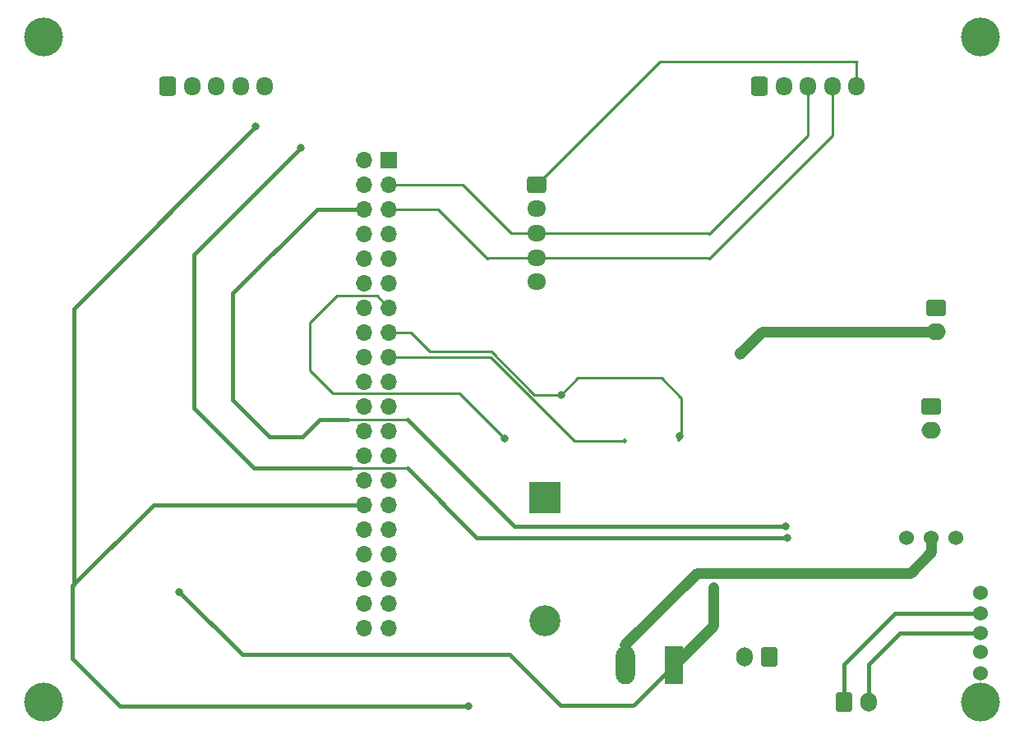
<source format=gbl>
%TF.GenerationSoftware,KiCad,Pcbnew,(6.0.6)*%
%TF.CreationDate,2022-07-05T22:30:02+09:00*%
%TF.ProjectId,arliss,61726c69-7373-42e6-9b69-6361645f7063,rev?*%
%TF.SameCoordinates,Original*%
%TF.FileFunction,Copper,L2,Bot*%
%TF.FilePolarity,Positive*%
%FSLAX46Y46*%
G04 Gerber Fmt 4.6, Leading zero omitted, Abs format (unit mm)*
G04 Created by KiCad (PCBNEW (6.0.6)) date 2022-07-05 22:30:02*
%MOMM*%
%LPD*%
G01*
G04 APERTURE LIST*
G04 Aperture macros list*
%AMRoundRect*
0 Rectangle with rounded corners*
0 $1 Rounding radius*
0 $2 $3 $4 $5 $6 $7 $8 $9 X,Y pos of 4 corners*
0 Add a 4 corners polygon primitive as box body*
4,1,4,$2,$3,$4,$5,$6,$7,$8,$9,$2,$3,0*
0 Add four circle primitives for the rounded corners*
1,1,$1+$1,$2,$3*
1,1,$1+$1,$4,$5*
1,1,$1+$1,$6,$7*
1,1,$1+$1,$8,$9*
0 Add four rect primitives between the rounded corners*
20,1,$1+$1,$2,$3,$4,$5,0*
20,1,$1+$1,$4,$5,$6,$7,0*
20,1,$1+$1,$6,$7,$8,$9,0*
20,1,$1+$1,$8,$9,$2,$3,0*%
G04 Aperture macros list end*
%TA.AperFunction,ComponentPad*%
%ADD10C,4.000000*%
%TD*%
%TA.AperFunction,ComponentPad*%
%ADD11RoundRect,0.250000X-0.600000X-0.725000X0.600000X-0.725000X0.600000X0.725000X-0.600000X0.725000X0*%
%TD*%
%TA.AperFunction,ComponentPad*%
%ADD12O,1.700000X1.950000*%
%TD*%
%TA.AperFunction,ComponentPad*%
%ADD13R,1.700000X1.700000*%
%TD*%
%TA.AperFunction,ComponentPad*%
%ADD14O,1.700000X1.700000*%
%TD*%
%TA.AperFunction,ComponentPad*%
%ADD15C,1.524000*%
%TD*%
%TA.AperFunction,ComponentPad*%
%ADD16R,3.200000X3.200000*%
%TD*%
%TA.AperFunction,ComponentPad*%
%ADD17O,3.200000X3.200000*%
%TD*%
%TA.AperFunction,ComponentPad*%
%ADD18RoundRect,0.250000X-0.750000X0.600000X-0.750000X-0.600000X0.750000X-0.600000X0.750000X0.600000X0*%
%TD*%
%TA.AperFunction,ComponentPad*%
%ADD19O,2.000000X1.700000*%
%TD*%
%TA.AperFunction,ComponentPad*%
%ADD20RoundRect,0.250000X-0.725000X0.600000X-0.725000X-0.600000X0.725000X-0.600000X0.725000X0.600000X0*%
%TD*%
%TA.AperFunction,ComponentPad*%
%ADD21O,1.950000X1.700000*%
%TD*%
%TA.AperFunction,ComponentPad*%
%ADD22RoundRect,0.250000X-0.600000X-0.750000X0.600000X-0.750000X0.600000X0.750000X-0.600000X0.750000X0*%
%TD*%
%TA.AperFunction,ComponentPad*%
%ADD23O,1.700000X2.000000*%
%TD*%
%TA.AperFunction,ComponentPad*%
%ADD24RoundRect,0.250000X0.600000X0.750000X-0.600000X0.750000X-0.600000X-0.750000X0.600000X-0.750000X0*%
%TD*%
%TA.AperFunction,ComponentPad*%
%ADD25R,1.980000X3.960000*%
%TD*%
%TA.AperFunction,ComponentPad*%
%ADD26O,1.980000X3.960000*%
%TD*%
%TA.AperFunction,ViaPad*%
%ADD27C,0.800000*%
%TD*%
%TA.AperFunction,ViaPad*%
%ADD28C,0.500000*%
%TD*%
%TA.AperFunction,Conductor*%
%ADD29C,0.450000*%
%TD*%
%TA.AperFunction,Conductor*%
%ADD30C,0.250000*%
%TD*%
%TA.AperFunction,Conductor*%
%ADD31C,1.100000*%
%TD*%
G04 APERTURE END LIST*
D10*
%TO.P,REF\u002A\u002A,1*%
%TO.N,N/C*%
X78740000Y-53340000D03*
%TD*%
D11*
%TO.P,GPS_MAXB1,1,Pin_1*%
%TO.N,Net-(GPS_MAXB1-Pad1)*%
X91520000Y-58412500D03*
D12*
%TO.P,GPS_MAXB1,2,Pin_2*%
%TO.N,Net-(GPS_MAXB1-Pad2)*%
X94020000Y-58412500D03*
%TO.P,GPS_MAXB1,3,Pin_3*%
%TO.N,Net-(GPS_MAXB1-Pad3)*%
X96520000Y-58412500D03*
%TO.P,GPS_MAXB1,4,Pin_4*%
%TO.N,Raspi_GND*%
X99020000Y-58412500D03*
%TO.P,GPS_MAXB1,5,Pin_5*%
%TO.N,/ToMotor*%
X101520000Y-58412500D03*
%TD*%
D13*
%TO.P,J1,1,3V3*%
%TO.N,unconnected-(J1-Pad1)*%
X114300000Y-66040000D03*
D14*
%TO.P,J1,2,5V*%
%TO.N,Net-(9axis1-Pad1)*%
X111760000Y-66040000D03*
%TO.P,J1,3,SDA/GPIO2*%
%TO.N,Net-(9axis1-Pad3)*%
X114300000Y-68580000D03*
%TO.P,J1,4,5V*%
%TO.N,RasPi_Vcc*%
X111760000Y-68580000D03*
%TO.P,J1,5,SCL/GPIO3*%
%TO.N,Net-(9axis1-Pad4)*%
X114300000Y-71120000D03*
%TO.P,J1,6,GND*%
%TO.N,Raspi_GND*%
X111760000Y-71120000D03*
%TO.P,J1,7,GCLK0/GPIO4*%
%TO.N,unconnected-(J1-Pad7)*%
X114300000Y-73660000D03*
%TO.P,J1,8,GPIO14/TXD*%
%TO.N,Net-(GPS_MAXB1-Pad3)*%
X111760000Y-73660000D03*
%TO.P,J1,9,GND*%
%TO.N,/GND_9*%
X114300000Y-76200000D03*
%TO.P,J1,10,GPIO15/RXD*%
%TO.N,Net-(GPS_MAXB1-Pad2)*%
X111760000Y-76200000D03*
%TO.P,J1,11,GPIO17*%
%TO.N,unconnected-(J1-Pad11)*%
X114300000Y-78740000D03*
%TO.P,J1,12,GPIO18/PWM0*%
%TO.N,Net-(GPS_MAXB1-Pad1)*%
X111760000Y-78740000D03*
%TO.P,J1,13,GPIO27*%
%TO.N,Net-(J1-Pad13)*%
X114300000Y-81280000D03*
%TO.P,J1,14,GND*%
%TO.N,unconnected-(J1-Pad14)*%
X111760000Y-81280000D03*
%TO.P,J1,15,GPIO22*%
%TO.N,Net-(J1-Pad15)*%
X114300000Y-83820000D03*
%TO.P,J1,16,GPIO23*%
%TO.N,Net-(J1-Pad18)*%
X111760000Y-83820000D03*
%TO.P,J1,17,3V3*%
%TO.N,/33Vcc*%
X114300000Y-86360000D03*
%TO.P,J1,18,GPIO24*%
%TO.N,Net-(J1-Pad16)*%
X111760000Y-86360000D03*
%TO.P,J1,19,MOSI0/GPIO10*%
%TO.N,unconnected-(J1-Pad19)*%
X114300000Y-88900000D03*
%TO.P,J1,20,GND*%
%TO.N,/GND_20*%
X111760000Y-88900000D03*
%TO.P,J1,21,MISO0/GPIO9*%
%TO.N,unconnected-(J1-Pad21)*%
X114300000Y-91440000D03*
%TO.P,J1,22,GPIO25*%
%TO.N,Net-(J1-Pad24)*%
X111760000Y-91440000D03*
%TO.P,J1,23,SCLK0/GPIO11*%
%TO.N,unconnected-(J1-Pad23)*%
X114300000Y-93980000D03*
%TO.P,J1,24,~{CE0}/GPIO8*%
%TO.N,Net-(J1-Pad22)*%
X111760000Y-93980000D03*
%TO.P,J1,25,GND*%
%TO.N,unconnected-(J1-Pad25)*%
X114300000Y-96520000D03*
%TO.P,J1,26,~{CE1}/GPIO7*%
%TO.N,unconnected-(J1-Pad26)*%
X111760000Y-96520000D03*
%TO.P,J1,27,ID_SD/GPIO0*%
%TO.N,unconnected-(J1-Pad27)*%
X114300000Y-99060000D03*
%TO.P,J1,28,ID_SC/GPIO1*%
%TO.N,unconnected-(J1-Pad28)*%
X111760000Y-99060000D03*
%TO.P,J1,29,GCLK1/GPIO5*%
%TO.N,Net-(J1-Pad29)*%
X114300000Y-101600000D03*
%TO.P,J1,30,GND*%
%TO.N,Raspi_GND*%
X111760000Y-101600000D03*
%TO.P,J1,31,GCLK2/GPIO6*%
%TO.N,unconnected-(J1-Pad31)*%
X114300000Y-104140000D03*
%TO.P,J1,32,PWM0/GPIO12*%
%TO.N,Net-(J1-Pad32)*%
X111760000Y-104140000D03*
%TO.P,J1,33,PWM1/GPIO13*%
%TO.N,Net-(J1-Pad33)*%
X114300000Y-106680000D03*
%TO.P,J1,34,GND*%
%TO.N,unconnected-(J1-Pad34)*%
X111760000Y-106680000D03*
%TO.P,J1,35,GPIO19/MISO1*%
%TO.N,unconnected-(J1-Pad35)*%
X114300000Y-109220000D03*
%TO.P,J1,36,GPIO16*%
%TO.N,unconnected-(J1-Pad36)*%
X111760000Y-109220000D03*
%TO.P,J1,37,GPIO26*%
%TO.N,unconnected-(J1-Pad37)*%
X114300000Y-111760000D03*
%TO.P,J1,38,GPIO20/MOSI1*%
%TO.N,unconnected-(J1-Pad38)*%
X111760000Y-111760000D03*
%TO.P,J1,39,GND*%
%TO.N,/GND_39*%
X114300000Y-114300000D03*
%TO.P,J1,40,GPIO21/SCLK1*%
%TO.N,unconnected-(J1-Pad40)*%
X111760000Y-114300000D03*
%TD*%
D15*
%TO.P,3V3Regu1,1,+VIN*%
%TO.N,Net-(3V3Regu1-Pad1)*%
X172700000Y-104975000D03*
%TO.P,3V3Regu1,2,GND*%
%TO.N,Raspi_GND*%
X170160000Y-104975000D03*
%TO.P,3V3Regu1,3,+VOUT*%
%TO.N,RasPi_Vcc*%
X167620000Y-104975000D03*
%TD*%
D16*
%TO.P,stranger1,1,K*%
%TO.N,/ToMotor*%
X130400000Y-100850000D03*
D17*
%TO.P,stranger1,2,A*%
%TO.N,Net-(MOSFET1-Pad2)*%
X130400000Y-113550000D03*
%TD*%
D18*
%TO.P,Motor_2,1,Pin_1*%
%TO.N,Net-(Motor_2-Pad1)*%
X170180000Y-91440000D03*
D19*
%TO.P,Motor_2,2,Pin_2*%
%TO.N,Net-(Motor_2-Pad2)*%
X170180000Y-93940000D03*
%TD*%
D15*
%TO.P,S1,18*%
%TO.N,Net-(3V3Regu1-Pad1)*%
X175200000Y-114800000D03*
%TO.P,S1,20*%
%TO.N,N/C*%
X175200000Y-116800000D03*
%TO.P,S1,21*%
X175200000Y-118950000D03*
%TO.P,S1,22*%
%TO.N,/ToMotor*%
X175200000Y-112800000D03*
%TO.P,S1,23*%
%TO.N,N/C*%
X175200000Y-110650000D03*
%TD*%
D18*
%TO.P,Motor_1,1,Pin_1*%
%TO.N,Net-(Motor_1-Pad1)*%
X170630000Y-81280000D03*
D19*
%TO.P,Motor_1,2,Pin_2*%
%TO.N,Net-(Motor_1-Pad2)*%
X170630000Y-83780000D03*
%TD*%
D20*
%TO.P,Balom1,1,Pin_1*%
%TO.N,Net-(9axis1-Pad5)*%
X129540000Y-68580000D03*
D21*
%TO.P,Balom1,2,Pin_2*%
%TO.N,/GND_9*%
X129540000Y-71080000D03*
%TO.P,Balom1,3,Pin_3*%
%TO.N,Net-(9axis1-Pad3)*%
X129540000Y-73580000D03*
%TO.P,Balom1,4,Pin_4*%
%TO.N,Net-(9axis1-Pad4)*%
X129540000Y-76080000D03*
%TO.P,Balom1,5,Pin_5*%
%TO.N,unconnected-(Balom1-Pad5)*%
X129540000Y-78580000D03*
%TD*%
D22*
%TO.P,release_detect1,1,Pin_1*%
%TO.N,/ToMotor*%
X161200000Y-121920000D03*
D23*
%TO.P,release_detect1,2,Pin_2*%
%TO.N,Net-(3V3Regu1-Pad1)*%
X163700000Y-121920000D03*
%TD*%
D24*
%TO.P,NiCr_Wire1,1,Pin_1*%
%TO.N,Net-(MOSFET1-Pad2)*%
X153450000Y-117267500D03*
D23*
%TO.P,NiCr_Wire1,2,Pin_2*%
%TO.N,/ToMotor*%
X150950000Y-117267500D03*
%TD*%
D11*
%TO.P,9axis1,1,Pin_1*%
%TO.N,Net-(9axis1-Pad1)*%
X152480000Y-58412500D03*
D12*
%TO.P,9axis1,2,Pin_2*%
%TO.N,/GND_9*%
X154980000Y-58412500D03*
%TO.P,9axis1,3,Pin_3*%
%TO.N,Net-(9axis1-Pad3)*%
X157480000Y-58412500D03*
%TO.P,9axis1,4,Pin_4*%
%TO.N,Net-(9axis1-Pad4)*%
X159980000Y-58412500D03*
%TO.P,9axis1,5,Pin_5*%
%TO.N,Net-(9axis1-Pad5)*%
X162480000Y-58412500D03*
%TD*%
D10*
%TO.P,REF\u002A\u002A,1*%
%TO.N,N/C*%
X78740000Y-121920000D03*
%TD*%
%TO.P,REF\u002A\u002A,1*%
%TO.N,N/C*%
X175260000Y-53340000D03*
%TD*%
D25*
%TO.P,J2,1,Pin_1*%
%TO.N,/ToMotor*%
X143635000Y-118090000D03*
D26*
%TO.P,J2,2,Pin_2*%
%TO.N,Raspi_GND*%
X138635000Y-118090000D03*
%TD*%
D10*
%TO.P,REF\u002A\u002A,1*%
%TO.N,N/C*%
X175260000Y-121920000D03*
%TD*%
D27*
%TO.N,Net-(J1-Pad13)*%
X126190000Y-94740000D03*
%TO.N,Net-(J1-Pad15)*%
X132030000Y-90220000D03*
X144280000Y-94520000D03*
D28*
%TO.N,/33Vcc*%
X138600000Y-95030500D03*
D27*
%TO.N,/ToMotor*%
X92700000Y-110550000D03*
X147700000Y-110050000D03*
%TO.N,Net-(Motor_1-Pad2)*%
X150460000Y-86030000D03*
%TO.N,Raspi_GND*%
X122450000Y-122320000D03*
X100600000Y-62600000D03*
X155200000Y-103800000D03*
X153400000Y-108800000D03*
%TO.N,RasPi_Vcc*%
X155375000Y-104975000D03*
X105200000Y-64800000D03*
%TD*%
D29*
%TO.N,Net-(3V3Regu1-Pad1)*%
X166950000Y-114800000D02*
X163700000Y-118050000D01*
X175200000Y-114800000D02*
X166950000Y-114800000D01*
X163700000Y-121920000D02*
X163700000Y-118050000D01*
D30*
%TO.N,Net-(9axis1-Pad3)*%
X157480000Y-63500000D02*
X147320000Y-73660000D01*
X147320000Y-73660000D02*
X147240000Y-73580000D01*
X129540000Y-73580000D02*
X126920000Y-73580000D01*
X147240000Y-73580000D02*
X129540000Y-73580000D01*
X121920000Y-68580000D02*
X114300000Y-68580000D01*
X157480000Y-58412500D02*
X157480000Y-63500000D01*
X126920000Y-73580000D02*
X121920000Y-68580000D01*
%TO.N,Net-(9axis1-Pad4)*%
X129540000Y-76080000D02*
X147200000Y-76080000D01*
X147320000Y-76200000D02*
X160020000Y-63500000D01*
X160020000Y-63500000D02*
X159980000Y-63460000D01*
X119380000Y-71120000D02*
X124460000Y-76200000D01*
X147200000Y-76080000D02*
X147320000Y-76200000D01*
X114300000Y-71120000D02*
X119380000Y-71120000D01*
X159980000Y-63460000D02*
X159980000Y-58412500D01*
X124580000Y-76080000D02*
X129540000Y-76080000D01*
X124460000Y-76200000D02*
X124580000Y-76080000D01*
%TO.N,Net-(9axis1-Pad5)*%
X162480000Y-55960000D02*
X162560000Y-55880000D01*
X162560000Y-55880000D02*
X142240000Y-55880000D01*
X142240000Y-55880000D02*
X129540000Y-68580000D01*
X162480000Y-58412500D02*
X162480000Y-55960000D01*
%TO.N,Net-(J1-Pad13)*%
X108910000Y-80040000D02*
X113060000Y-80040000D01*
X108510000Y-90080000D02*
X106170000Y-87740000D01*
X106170000Y-82780000D02*
X108910000Y-80040000D01*
X106170000Y-87740000D02*
X106170000Y-82780000D01*
X113060000Y-80040000D02*
X114300000Y-81280000D01*
X121530000Y-90080000D02*
X108510000Y-90080000D01*
X126190000Y-94740000D02*
X121530000Y-90080000D01*
%TO.N,Net-(J1-Pad15)*%
X144430000Y-90600000D02*
X144430000Y-94580000D01*
X133730000Y-88520000D02*
X134660000Y-88520000D01*
X144090000Y-94920000D02*
X144090000Y-94710000D01*
X144430000Y-94580000D02*
X144090000Y-94920000D01*
X134660000Y-88520000D02*
X142350000Y-88520000D01*
X129286396Y-90220000D02*
X124836396Y-85770000D01*
X144090000Y-94710000D02*
X144280000Y-94520000D01*
X116580000Y-83820000D02*
X114300000Y-83820000D01*
X118530000Y-85770000D02*
X116580000Y-83820000D01*
X124836396Y-85770000D02*
X118530000Y-85770000D01*
X132030000Y-90220000D02*
X129286396Y-90220000D01*
X142350000Y-88520000D02*
X144430000Y-90600000D01*
X132030000Y-90220000D02*
X133730000Y-88520000D01*
%TO.N,/33Vcc*%
X124790000Y-86360000D02*
X133410000Y-94980000D01*
X114300000Y-86360000D02*
X124790000Y-86360000D01*
X138549500Y-94980000D02*
X138600000Y-95030500D01*
X133410000Y-94980000D02*
X138549500Y-94980000D01*
D29*
%TO.N,/ToMotor*%
X99200000Y-117050000D02*
X92700000Y-110550000D01*
X161200000Y-118050000D02*
X166450000Y-112800000D01*
X131950000Y-122300000D02*
X126700000Y-117050000D01*
D31*
X147700000Y-114025000D02*
X143635000Y-118090000D01*
D29*
X139425000Y-122300000D02*
X131950000Y-122300000D01*
X175200000Y-112800000D02*
X166450000Y-112800000D01*
X143635000Y-118090000D02*
X139562500Y-122162500D01*
D31*
X147700000Y-110050000D02*
X147700000Y-114025000D01*
D30*
X139562500Y-122162500D02*
X139425000Y-122300000D01*
D29*
X161200000Y-121920000D02*
X161200000Y-118050000D01*
X126700000Y-117050000D02*
X99200000Y-117050000D01*
D31*
%TO.N,Net-(Motor_1-Pad2)*%
X150460000Y-86030000D02*
X152710000Y-83780000D01*
X152710000Y-83780000D02*
X170630000Y-83780000D01*
X150460000Y-86030000D02*
X150460000Y-85850000D01*
D29*
%TO.N,Raspi_GND*%
X122450000Y-122320000D02*
X86550000Y-122320000D01*
X102000000Y-94600000D02*
X98200000Y-90800000D01*
D31*
X146000000Y-108600000D02*
X168000000Y-108600000D01*
D29*
X86550000Y-122320000D02*
X81710000Y-117480000D01*
X81710000Y-109940000D02*
X90050000Y-101600000D01*
D31*
X170160000Y-106440000D02*
X170160000Y-104975000D01*
D29*
X111760000Y-71120000D02*
X106880000Y-71120000D01*
X81825000Y-109825000D02*
X81825000Y-81375000D01*
X155200000Y-103800000D02*
X127200000Y-103800000D01*
X105400000Y-94600000D02*
X102000000Y-94600000D01*
D31*
X138635000Y-116035000D02*
X138600000Y-116000000D01*
D29*
X81825000Y-81375000D02*
X100600000Y-62600000D01*
D30*
X110000000Y-92800000D02*
X116200000Y-92800000D01*
D29*
X81710000Y-117480000D02*
X81710000Y-109940000D01*
D31*
X138600000Y-116000000D02*
X146000000Y-108600000D01*
D29*
X127200000Y-103800000D02*
X116200000Y-92800000D01*
X90050000Y-101600000D02*
X111760000Y-101600000D01*
X106880000Y-71120000D02*
X98200000Y-79800000D01*
D31*
X138635000Y-118090000D02*
X138635000Y-116035000D01*
D29*
X105400000Y-94600000D02*
X107200000Y-92800000D01*
D30*
X81825000Y-109825000D02*
X90050000Y-101600000D01*
D31*
X168000000Y-108600000D02*
X170160000Y-106440000D01*
D29*
X98200000Y-90800000D02*
X98200000Y-79800000D01*
X110000000Y-92800000D02*
X107200000Y-92800000D01*
X81710000Y-109940000D02*
X81825000Y-109825000D01*
%TO.N,RasPi_Vcc*%
X123375000Y-104975000D02*
X116200000Y-97800000D01*
D30*
X116200000Y-97800000D02*
X110400000Y-97800000D01*
D29*
X155375000Y-104975000D02*
X123375000Y-104975000D01*
D30*
X94300000Y-75700000D02*
X105200000Y-64800000D01*
D29*
X100400000Y-97800000D02*
X94200000Y-91600000D01*
X94200000Y-75800000D02*
X94300000Y-75700000D01*
X110400000Y-97800000D02*
X100400000Y-97800000D01*
X94200000Y-91600000D02*
X94200000Y-75800000D01*
X94200000Y-75800000D02*
X105200000Y-64800000D01*
%TD*%
M02*

</source>
